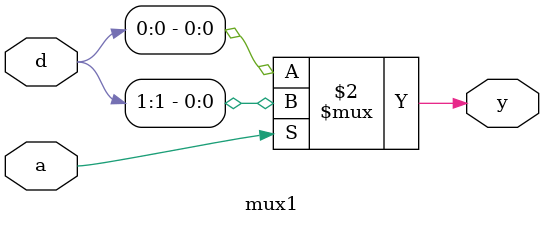
<source format=v>
module mux1 (
    input wire [1:0] d,
    input wire a,
    output wire y
);

    
    assign y = a == 1'b0 ? d[0]:d[1];

endmodule

</source>
